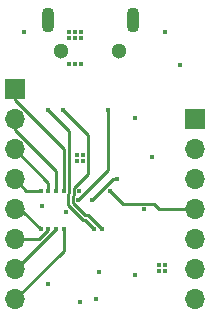
<source format=gbl>
G04 #@! TF.GenerationSoftware,KiCad,Pcbnew,(5.1.10)-1*
G04 #@! TF.CreationDate,2021-11-12T00:22:47+01:00*
G04 #@! TF.ProjectId,devboard-stm32g030f6p6,64657662-6f61-4726-942d-73746d333267,rev?*
G04 #@! TF.SameCoordinates,Original*
G04 #@! TF.FileFunction,Copper,L4,Bot*
G04 #@! TF.FilePolarity,Positive*
%FSLAX46Y46*%
G04 Gerber Fmt 4.6, Leading zero omitted, Abs format (unit mm)*
G04 Created by KiCad (PCBNEW (5.1.10)-1) date 2021-11-12 00:22:47*
%MOMM*%
%LPD*%
G01*
G04 APERTURE LIST*
G04 #@! TA.AperFunction,ComponentPad*
%ADD10O,1.700000X1.700000*%
G04 #@! TD*
G04 #@! TA.AperFunction,ComponentPad*
%ADD11R,1.700000X1.700000*%
G04 #@! TD*
G04 #@! TA.AperFunction,ComponentPad*
%ADD12O,1.070000X2.140000*%
G04 #@! TD*
G04 #@! TA.AperFunction,ComponentPad*
%ADD13C,1.300000*%
G04 #@! TD*
G04 #@! TA.AperFunction,ViaPad*
%ADD14C,0.400000*%
G04 #@! TD*
G04 #@! TA.AperFunction,Conductor*
%ADD15C,0.254000*%
G04 #@! TD*
G04 APERTURE END LIST*
D10*
X119380000Y-96520000D03*
X119380000Y-93980000D03*
X119380000Y-91440000D03*
X119380000Y-88900000D03*
X119380000Y-86360000D03*
X119380000Y-83820000D03*
D11*
X119380000Y-81280000D03*
D10*
X104140000Y-96520000D03*
X104140000Y-93980000D03*
X104140000Y-91440000D03*
X104140000Y-88900000D03*
X104140000Y-86360000D03*
X104140000Y-83820000D03*
X104140000Y-81280000D03*
D11*
X104140000Y-78740000D03*
D12*
X106890000Y-72870000D03*
X114090000Y-72870000D03*
D13*
X108065000Y-75520000D03*
X112915000Y-75520000D03*
D14*
X114300000Y-94488000D03*
X110998000Y-96520000D03*
X106300000Y-87300000D03*
X106950000Y-87300000D03*
X107600000Y-87300000D03*
X108250000Y-87300000D03*
X106300000Y-90600000D03*
X106950000Y-90600000D03*
X107600000Y-90600000D03*
X108250000Y-90600000D03*
X109550000Y-87300000D03*
X111500000Y-90600000D03*
X110850000Y-90600000D03*
X112014000Y-80518000D03*
X108204000Y-80518000D03*
X106934000Y-80518000D03*
X109474000Y-88138000D03*
X112776000Y-86360000D03*
X112145000Y-87300000D03*
X115062000Y-88900000D03*
X109728000Y-76581000D03*
X109220000Y-74422000D03*
X108712000Y-74422000D03*
X108712000Y-73914000D03*
X109220000Y-73914000D03*
X109728000Y-73914000D03*
X109728000Y-74422000D03*
X109220000Y-76581000D03*
X108712000Y-76581000D03*
X109601000Y-96774000D03*
X116332000Y-93599000D03*
X116840000Y-93599000D03*
X116840000Y-94107000D03*
X116332000Y-94107000D03*
X115697000Y-84455000D03*
X114300000Y-81153000D03*
X109347000Y-84328000D03*
X109855000Y-84328000D03*
X109855000Y-84836000D03*
X109347000Y-84836000D03*
X106934000Y-95250000D03*
X118110000Y-76708000D03*
X116840000Y-73914000D03*
X104902000Y-73914000D03*
X111252000Y-94234000D03*
X108458000Y-89154000D03*
X106426000Y-88646000D03*
X110689539Y-88083539D03*
D15*
X112014000Y-85598000D02*
X109474000Y-88138000D01*
X112014000Y-80518000D02*
X112014000Y-85598000D01*
X109019999Y-88355921D02*
X110072078Y-89408000D01*
X110309001Y-82623001D02*
X110309001Y-85869077D01*
X108204000Y-80518000D02*
X110309001Y-82623001D01*
X109095999Y-87082079D02*
X110309001Y-85869077D01*
X109095999Y-87664752D02*
X109095999Y-87082079D01*
X109019999Y-87740752D02*
X109095999Y-87664752D01*
X109019999Y-88355921D02*
X109019999Y-87740752D01*
X111500000Y-90578078D02*
X111500000Y-90600000D01*
X110329922Y-89408000D02*
X111500000Y-90578078D01*
X110072078Y-89408000D02*
X110329922Y-89408000D01*
X108638991Y-87582931D02*
X108638991Y-88513741D01*
X108704001Y-87517921D02*
X108638991Y-87582931D01*
X108704001Y-82288001D02*
X108704001Y-87517921D01*
X108638991Y-88513741D02*
X109914258Y-89789008D01*
X106934000Y-80518000D02*
X108704001Y-82288001D01*
X110039008Y-89789008D02*
X110850000Y-90600000D01*
X109914258Y-89789008D02*
X110039008Y-89789008D01*
X104140000Y-79646078D02*
X104140000Y-78740000D01*
X108250000Y-83756078D02*
X104140000Y-79646078D01*
X108250000Y-87300000D02*
X108250000Y-83756078D01*
X104140000Y-82186078D02*
X104140000Y-81280000D01*
X107600000Y-85646078D02*
X104140000Y-82186078D01*
X107600000Y-87300000D02*
X107600000Y-85646078D01*
X106950000Y-86630000D02*
X104140000Y-83820000D01*
X106950000Y-87300000D02*
X106950000Y-86630000D01*
X105080000Y-87300000D02*
X104140000Y-86360000D01*
X106300000Y-87300000D02*
X105080000Y-87300000D01*
X106300000Y-90600000D02*
X104854000Y-89154000D01*
X104600000Y-88900000D02*
X104854000Y-89154000D01*
X104140000Y-88900000D02*
X104600000Y-88900000D01*
X106131922Y-91440000D02*
X106950000Y-90621922D01*
X106950000Y-90621922D02*
X106950000Y-90600000D01*
X104140000Y-91440000D02*
X106131922Y-91440000D01*
X104220000Y-93980000D02*
X107600000Y-90600000D01*
X104140000Y-93980000D02*
X104220000Y-93980000D01*
X108250000Y-92410000D02*
X104140000Y-96520000D01*
X108250000Y-90600000D02*
X108250000Y-92410000D01*
X119380000Y-88900000D02*
X116332000Y-88900000D01*
X113290999Y-88445999D02*
X112145000Y-87300000D01*
X115877999Y-88445999D02*
X113290999Y-88445999D01*
X116332000Y-88900000D02*
X115877999Y-88445999D01*
X112413078Y-86360000D02*
X110689539Y-88083539D01*
X112776000Y-86360000D02*
X112413078Y-86360000D01*
M02*

</source>
